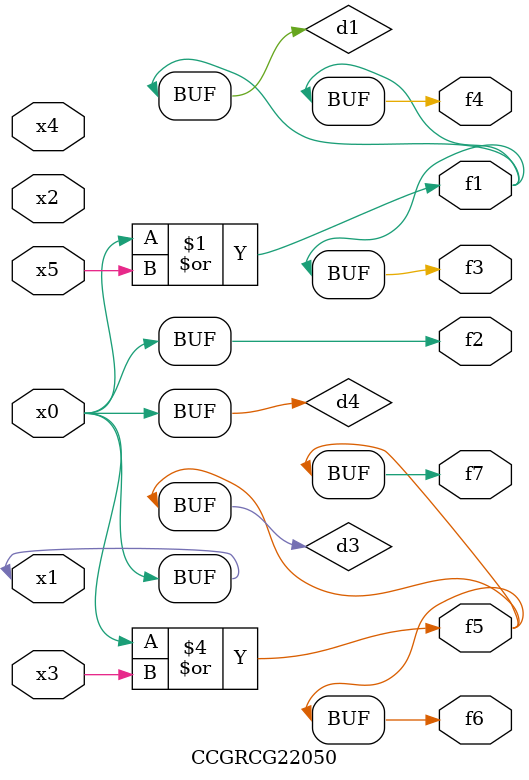
<source format=v>
module CCGRCG22050(
	input x0, x1, x2, x3, x4, x5,
	output f1, f2, f3, f4, f5, f6, f7
);

	wire d1, d2, d3, d4;

	or (d1, x0, x5);
	xnor (d2, x1, x4);
	or (d3, x0, x3);
	buf (d4, x0, x1);
	assign f1 = d1;
	assign f2 = d4;
	assign f3 = d1;
	assign f4 = d1;
	assign f5 = d3;
	assign f6 = d3;
	assign f7 = d3;
endmodule

</source>
